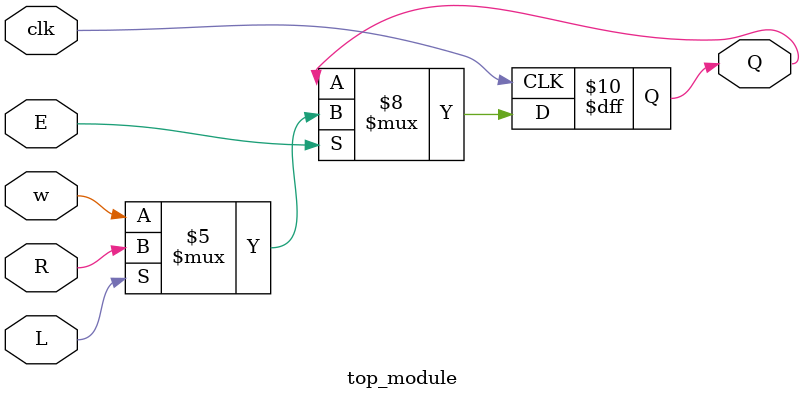
<source format=sv>
module top_module (
    input clk,
    input w,
    input R,
    input E,
    input L,
    output reg Q
);

always @ (posedge clk) begin
    if (E == 1'b0) begin
        Q <= Q;
    end else begin
        if (L == 1'b1) begin
            Q <= R;
        end else begin
            Q <= w;
        end
    end
end

endmodule

</source>
